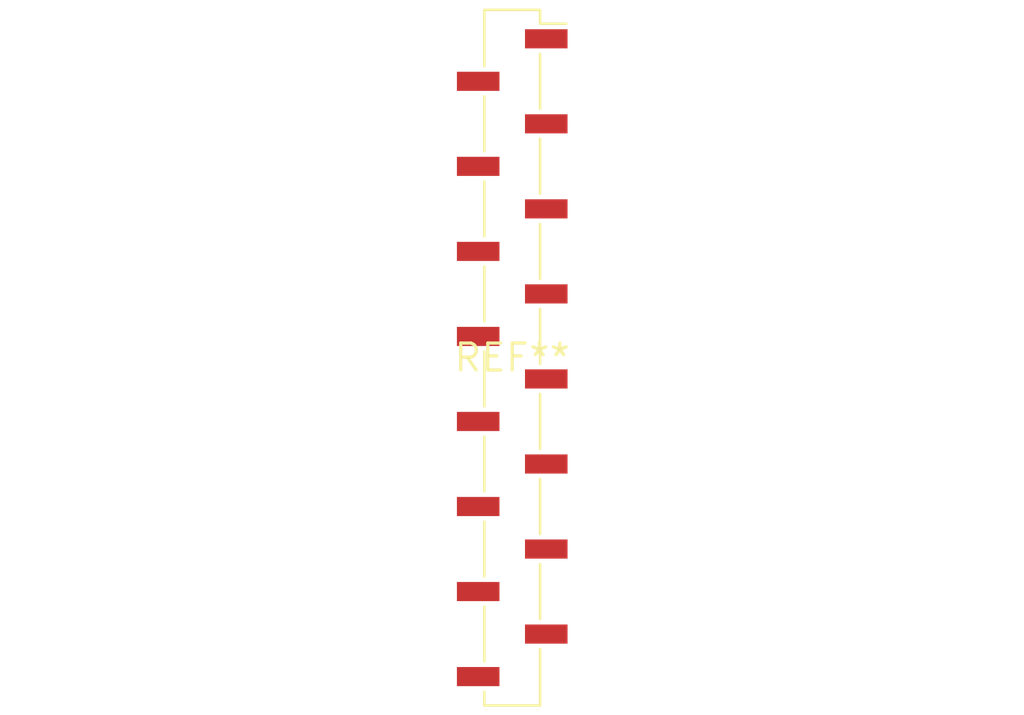
<source format=kicad_pcb>
(kicad_pcb (version 20240108) (generator pcbnew)
  (layers (0 "F.Cu" signal) (31 "B.Cu" signal) (34 "B.Paste" user) (35 "F.Paste" user) (36 "B.SilkS" user "B.Silkscreen") (37 "F.SilkS" user "F.Silkscreen") (38 "B.Mask" user) (39 "F.Mask" user) (44 "Edge.Cuts" user))
  (net 0 "")
  (footprint "PinSocket_1x16_P2.00mm_Vertical_SMD_Pin1Right" (layer "F.Cu") (at 0 0)
    (property "Reference" "REF**")
    (property "Value" "PinSocket_1x16_P2.00mm_Vertical_SMD_Pin1Right")
    (fp_line (start -1.31 -16.36) (end -1.31 -13.71) (layer "F.SilkS") (stroke (width 0.12)))
    (fp_line (start -1.31 -16.36) (end 1.31 -16.36) (layer "F.SilkS") (stroke (width 0.12)))
    (fp_line (start -1.31 -12.29) (end -1.31 -9.71) (layer "F.SilkS") (stroke (width 0.12)))
    (fp_line (start -1.31 -8.29) (end -1.31 -5.71) (layer "F.SilkS") (stroke (width 0.12)))
    (fp_line (start -1.31 -4.29) (end -1.31 -1.71) (layer "F.SilkS") (stroke (width 0.12)))
    (fp_line (start -1.31 -0.29) (end -1.31 2.29) (layer "F.SilkS") (stroke (width 0.12)))
    (fp_line (start -1.31 3.71) (end -1.31 6.29) (layer "F.SilkS") (stroke (width 0.12)))
    (fp_line (start -1.31 7.71) (end -1.31 10.29) (layer "F.SilkS") (stroke (width 0.12)))
    (fp_line (start -1.31 11.71) (end -1.31 14.29) (layer "F.SilkS") (stroke (width 0.12)))
    (fp_line (start -1.31 15.71) (end -1.31 16.36) (layer "F.SilkS") (stroke (width 0.12)))
    (fp_line (start -1.31 16.36) (end 1.31 16.36) (layer "F.SilkS") (stroke (width 0.12)))
    (fp_line (start 1.31 -16.36) (end 1.31 -15.71) (layer "F.SilkS") (stroke (width 0.12)))
    (fp_line (start 1.31 -15.71) (end 2.54 -15.71) (layer "F.SilkS") (stroke (width 0.12)))
    (fp_line (start 1.31 -14.29) (end 1.31 -11.71) (layer "F.SilkS") (stroke (width 0.12)))
    (fp_line (start 1.31 -10.29) (end 1.31 -7.71) (layer "F.SilkS") (stroke (width 0.12)))
    (fp_line (start 1.31 -6.29) (end 1.31 -3.71) (layer "F.SilkS") (stroke (width 0.12)))
    (fp_line (start 1.31 -2.29) (end 1.31 0.29) (layer "F.SilkS") (stroke (width 0.12)))
    (fp_line (start 1.31 1.71) (end 1.31 4.29) (layer "F.SilkS") (stroke (width 0.12)))
    (fp_line (start 1.31 5.71) (end 1.31 8.29) (layer "F.SilkS") (stroke (width 0.12)))
    (fp_line (start 1.31 9.71) (end 1.31 12.29) (layer "F.SilkS") (stroke (width 0.12)))
    (fp_line (start 1.31 13.71) (end 1.31 16.36) (layer "F.SilkS") (stroke (width 0.12)))
    (pad "1" smd rect (at 1.6 -15) (size 2 0.9) (layers "F.Cu" "F.Paste" "F.Mask"))
    (pad "2" smd rect (at -1.6 -13) (size 2 0.9) (layers "F.Cu" "F.Paste" "F.Mask"))
    (pad "3" smd rect (at 1.6 -11) (size 2 0.9) (layers "F.Cu" "F.Paste" "F.Mask"))
    (pad "4" smd rect (at -1.6 -9) (size 2 0.9) (layers "F.Cu" "F.Paste" "F.Mask"))
    (pad "5" smd rect (at 1.6 -7) (size 2 0.9) (layers "F.Cu" "F.Paste" "F.Mask"))
    (pad "6" smd rect (at -1.6 -5) (size 2 0.9) (layers "F.Cu" "F.Paste" "F.Mask"))
    (pad "7" smd rect (at 1.6 -3) (size 2 0.9) (layers "F.Cu" "F.Paste" "F.Mask"))
    (pad "8" smd rect (at -1.6 -1) (size 2 0.9) (layers "F.Cu" "F.Paste" "F.Mask"))
    (pad "9" smd rect (at 1.6 1) (size 2 0.9) (layers "F.Cu" "F.Paste" "F.Mask"))
    (pad "10" smd rect (at -1.6 3) (size 2 0.9) (layers "F.Cu" "F.Paste" "F.Mask"))
    (pad "11" smd rect (at 1.6 5) (size 2 0.9) (layers "F.Cu" "F.Paste" "F.Mask"))
    (pad "12" smd rect (at -1.6 7) (size 2 0.9) (layers "F.Cu" "F.Paste" "F.Mask"))
    (pad "13" smd rect (at 1.6 9) (size 2 0.9) (layers "F.Cu" "F.Paste" "F.Mask"))
    (pad "14" smd rect (at -1.6 11) (size 2 0.9) (layers "F.Cu" "F.Paste" "F.Mask"))
    (pad "15" smd rect (at 1.6 13) (size 2 0.9) (layers "F.Cu" "F.Paste" "F.Mask"))
    (pad "16" smd rect (at -1.6 15) (size 2 0.9) (layers "F.Cu" "F.Paste" "F.Mask"))
  )
)
</source>
